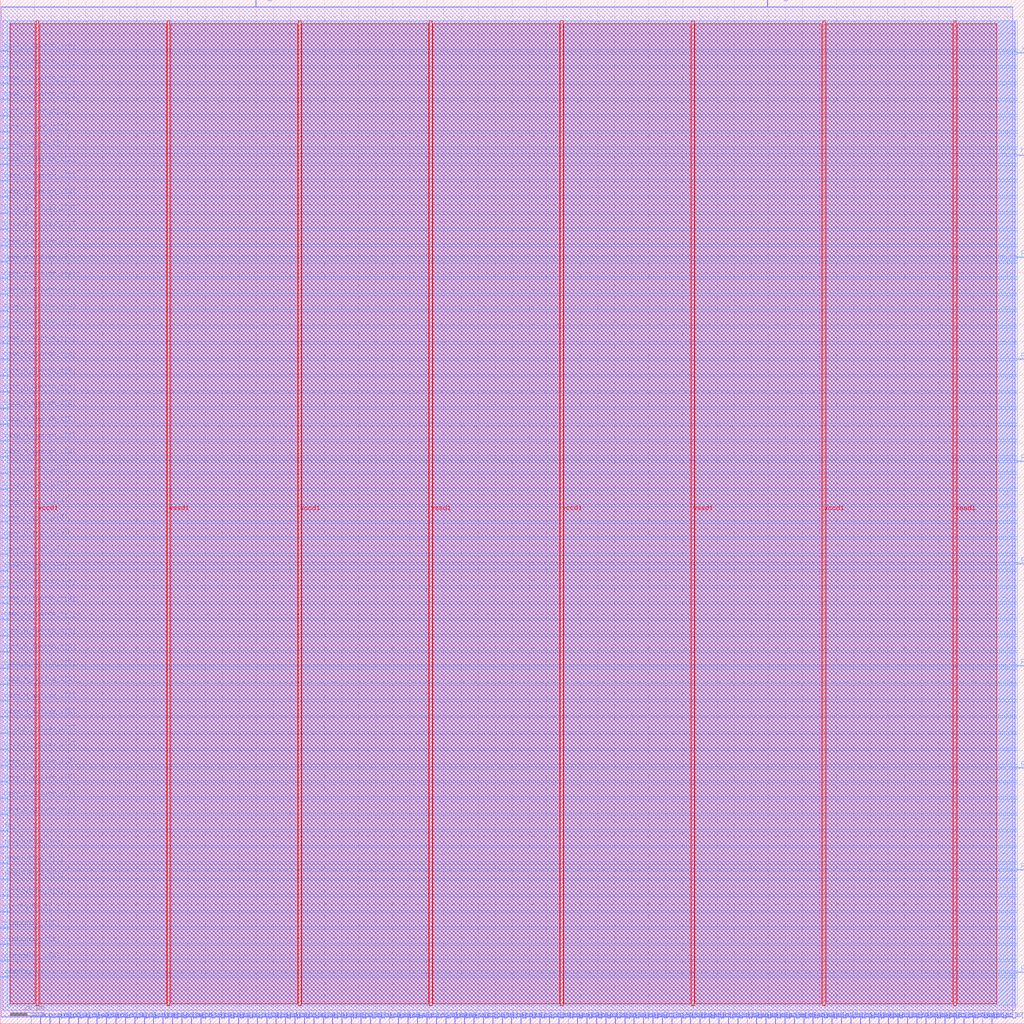
<source format=lef>
VERSION 5.7 ;
  NOWIREEXTENSIONATPIN ON ;
  DIVIDERCHAR "/" ;
  BUSBITCHARS "[]" ;
MACRO vga_m
  CLASS BLOCK ;
  FOREIGN vga_m ;
  ORIGIN 0.000 0.000 ;
  SIZE 600.000 BY 600.000 ;
  PIN base_h_active_i[0]
    DIRECTION INPUT ;
    USE SIGNAL ;
    ANTENNAGATEAREA 0.196500 ;
    PORT
      LAYER met3 ;
        RECT 0.000 122.440 4.000 123.040 ;
    END
  END base_h_active_i[0]
  PIN base_h_active_i[1]
    DIRECTION INPUT ;
    USE SIGNAL ;
    ANTENNAGATEAREA 0.196500 ;
    PORT
      LAYER met3 ;
        RECT 0.000 131.960 4.000 132.560 ;
    END
  END base_h_active_i[1]
  PIN base_h_active_i[2]
    DIRECTION INPUT ;
    USE SIGNAL ;
    ANTENNAGATEAREA 0.126000 ;
    PORT
      LAYER met3 ;
        RECT 0.000 141.480 4.000 142.080 ;
    END
  END base_h_active_i[2]
  PIN base_h_active_i[3]
    DIRECTION INPUT ;
    USE SIGNAL ;
    ANTENNAGATEAREA 0.213000 ;
    PORT
      LAYER met3 ;
        RECT 0.000 151.000 4.000 151.600 ;
    END
  END base_h_active_i[3]
  PIN base_h_active_i[4]
    DIRECTION INPUT ;
    USE SIGNAL ;
    ANTENNAGATEAREA 0.159000 ;
    PORT
      LAYER met3 ;
        RECT 0.000 160.520 4.000 161.120 ;
    END
  END base_h_active_i[4]
  PIN base_h_active_i[5]
    DIRECTION INPUT ;
    USE SIGNAL ;
    ANTENNAGATEAREA 0.159000 ;
    PORT
      LAYER met3 ;
        RECT 0.000 170.040 4.000 170.640 ;
    END
  END base_h_active_i[5]
  PIN base_h_active_i[6]
    DIRECTION INPUT ;
    USE SIGNAL ;
    ANTENNAGATEAREA 0.159000 ;
    PORT
      LAYER met3 ;
        RECT 0.000 179.560 4.000 180.160 ;
    END
  END base_h_active_i[6]
  PIN base_h_active_i[7]
    DIRECTION INPUT ;
    USE SIGNAL ;
    ANTENNAGATEAREA 0.159000 ;
    PORT
      LAYER met3 ;
        RECT 0.000 189.080 4.000 189.680 ;
    END
  END base_h_active_i[7]
  PIN base_h_active_i[8]
    DIRECTION INPUT ;
    USE SIGNAL ;
    ANTENNAGATEAREA 0.213000 ;
    PORT
      LAYER met3 ;
        RECT 0.000 198.600 4.000 199.200 ;
    END
  END base_h_active_i[8]
  PIN base_h_active_i[9]
    DIRECTION INPUT ;
    USE SIGNAL ;
    ANTENNAGATEAREA 0.159000 ;
    PORT
      LAYER met3 ;
        RECT 0.000 208.120 4.000 208.720 ;
    END
  END base_h_active_i[9]
  PIN base_h_bporch_i[0]
    DIRECTION INPUT ;
    USE SIGNAL ;
    ANTENNAGATEAREA 0.213000 ;
    PORT
      LAYER met3 ;
        RECT 0.000 331.880 4.000 332.480 ;
    END
  END base_h_bporch_i[0]
  PIN base_h_bporch_i[1]
    DIRECTION INPUT ;
    USE SIGNAL ;
    ANTENNAGATEAREA 0.213000 ;
    PORT
      LAYER met3 ;
        RECT 0.000 341.400 4.000 342.000 ;
    END
  END base_h_bporch_i[1]
  PIN base_h_bporch_i[2]
    DIRECTION INPUT ;
    USE SIGNAL ;
    ANTENNAGATEAREA 0.213000 ;
    PORT
      LAYER met3 ;
        RECT 0.000 350.920 4.000 351.520 ;
    END
  END base_h_bporch_i[2]
  PIN base_h_bporch_i[3]
    DIRECTION INPUT ;
    USE SIGNAL ;
    ANTENNAGATEAREA 0.213000 ;
    PORT
      LAYER met3 ;
        RECT 0.000 360.440 4.000 361.040 ;
    END
  END base_h_bporch_i[3]
  PIN base_h_bporch_i[4]
    DIRECTION INPUT ;
    USE SIGNAL ;
    ANTENNAGATEAREA 0.159000 ;
    PORT
      LAYER met3 ;
        RECT 0.000 369.960 4.000 370.560 ;
    END
  END base_h_bporch_i[4]
  PIN base_h_bporch_i[5]
    DIRECTION INPUT ;
    USE SIGNAL ;
    ANTENNAGATEAREA 0.159000 ;
    PORT
      LAYER met3 ;
        RECT 0.000 379.480 4.000 380.080 ;
    END
  END base_h_bporch_i[5]
  PIN base_h_bporch_i[6]
    DIRECTION INPUT ;
    USE SIGNAL ;
    ANTENNAGATEAREA 0.159000 ;
    PORT
      LAYER met3 ;
        RECT 0.000 389.000 4.000 389.600 ;
    END
  END base_h_bporch_i[6]
  PIN base_h_fporch_i[0]
    DIRECTION INPUT ;
    USE SIGNAL ;
    ANTENNAGATEAREA 0.196500 ;
    PORT
      LAYER met3 ;
        RECT 0.000 217.640 4.000 218.240 ;
    END
  END base_h_fporch_i[0]
  PIN base_h_fporch_i[1]
    DIRECTION INPUT ;
    USE SIGNAL ;
    ANTENNAGATEAREA 0.196500 ;
    PORT
      LAYER met3 ;
        RECT 0.000 227.160 4.000 227.760 ;
    END
  END base_h_fporch_i[1]
  PIN base_h_fporch_i[2]
    DIRECTION INPUT ;
    USE SIGNAL ;
    ANTENNAGATEAREA 0.196500 ;
    PORT
      LAYER met3 ;
        RECT 0.000 236.680 4.000 237.280 ;
    END
  END base_h_fporch_i[2]
  PIN base_h_fporch_i[3]
    DIRECTION INPUT ;
    USE SIGNAL ;
    ANTENNAGATEAREA 0.126000 ;
    PORT
      LAYER met3 ;
        RECT 0.000 246.200 4.000 246.800 ;
    END
  END base_h_fporch_i[3]
  PIN base_h_fporch_i[4]
    DIRECTION INPUT ;
    USE SIGNAL ;
    ANTENNAGATEAREA 0.126000 ;
    PORT
      LAYER met3 ;
        RECT 0.000 255.720 4.000 256.320 ;
    END
  END base_h_fporch_i[4]
  PIN base_h_sync_i[0]
    DIRECTION INPUT ;
    USE SIGNAL ;
    ANTENNAGATEAREA 0.196500 ;
    PORT
      LAYER met3 ;
        RECT 0.000 265.240 4.000 265.840 ;
    END
  END base_h_sync_i[0]
  PIN base_h_sync_i[1]
    DIRECTION INPUT ;
    USE SIGNAL ;
    ANTENNAGATEAREA 0.196500 ;
    PORT
      LAYER met3 ;
        RECT 0.000 274.760 4.000 275.360 ;
    END
  END base_h_sync_i[1]
  PIN base_h_sync_i[2]
    DIRECTION INPUT ;
    USE SIGNAL ;
    ANTENNAGATEAREA 0.126000 ;
    PORT
      LAYER met3 ;
        RECT 0.000 284.280 4.000 284.880 ;
    END
  END base_h_sync_i[2]
  PIN base_h_sync_i[3]
    DIRECTION INPUT ;
    USE SIGNAL ;
    ANTENNAGATEAREA 0.213000 ;
    PORT
      LAYER met3 ;
        RECT 0.000 293.800 4.000 294.400 ;
    END
  END base_h_sync_i[3]
  PIN base_h_sync_i[4]
    DIRECTION INPUT ;
    USE SIGNAL ;
    ANTENNAGATEAREA 0.213000 ;
    PORT
      LAYER met3 ;
        RECT 0.000 303.320 4.000 303.920 ;
    END
  END base_h_sync_i[4]
  PIN base_h_sync_i[5]
    DIRECTION INPUT ;
    USE SIGNAL ;
    ANTENNAGATEAREA 0.213000 ;
    PORT
      LAYER met3 ;
        RECT 0.000 312.840 4.000 313.440 ;
    END
  END base_h_sync_i[5]
  PIN base_h_sync_i[6]
    DIRECTION INPUT ;
    USE SIGNAL ;
    ANTENNAGATEAREA 0.213000 ;
    PORT
      LAYER met3 ;
        RECT 0.000 322.360 4.000 322.960 ;
    END
  END base_h_sync_i[6]
  PIN base_v_active_i[0]
    DIRECTION INPUT ;
    USE SIGNAL ;
    ANTENNAGATEAREA 0.213000 ;
    PORT
      LAYER met3 ;
        RECT 0.000 398.520 4.000 399.120 ;
    END
  END base_v_active_i[0]
  PIN base_v_active_i[1]
    DIRECTION INPUT ;
    USE SIGNAL ;
    ANTENNAGATEAREA 0.213000 ;
    PORT
      LAYER met3 ;
        RECT 0.000 408.040 4.000 408.640 ;
    END
  END base_v_active_i[1]
  PIN base_v_active_i[2]
    DIRECTION INPUT ;
    USE SIGNAL ;
    ANTENNAGATEAREA 0.213000 ;
    PORT
      LAYER met3 ;
        RECT 0.000 417.560 4.000 418.160 ;
    END
  END base_v_active_i[2]
  PIN base_v_active_i[3]
    DIRECTION INPUT ;
    USE SIGNAL ;
    ANTENNAGATEAREA 0.213000 ;
    PORT
      LAYER met3 ;
        RECT 0.000 427.080 4.000 427.680 ;
    END
  END base_v_active_i[3]
  PIN base_v_active_i[4]
    DIRECTION INPUT ;
    USE SIGNAL ;
    ANTENNAGATEAREA 0.213000 ;
    PORT
      LAYER met3 ;
        RECT 0.000 436.600 4.000 437.200 ;
    END
  END base_v_active_i[4]
  PIN base_v_active_i[5]
    DIRECTION INPUT ;
    USE SIGNAL ;
    ANTENNAGATEAREA 0.213000 ;
    PORT
      LAYER met3 ;
        RECT 0.000 446.120 4.000 446.720 ;
    END
  END base_v_active_i[5]
  PIN base_v_active_i[6]
    DIRECTION INPUT ;
    USE SIGNAL ;
    ANTENNAGATEAREA 0.247500 ;
    PORT
      LAYER met3 ;
        RECT 0.000 455.640 4.000 456.240 ;
    END
  END base_v_active_i[6]
  PIN base_v_active_i[7]
    DIRECTION INPUT ;
    USE SIGNAL ;
    ANTENNAGATEAREA 0.247500 ;
    PORT
      LAYER met3 ;
        RECT 0.000 465.160 4.000 465.760 ;
    END
  END base_v_active_i[7]
  PIN base_v_active_i[8]
    DIRECTION INPUT ;
    USE SIGNAL ;
    ANTENNAGATEAREA 0.247500 ;
    PORT
      LAYER met3 ;
        RECT 0.000 474.680 4.000 475.280 ;
    END
  END base_v_active_i[8]
  PIN base_v_bporch_i[0]
    DIRECTION INPUT ;
    USE SIGNAL ;
    ANTENNAGATEAREA 0.213000 ;
    PORT
      LAYER met3 ;
        RECT 0.000 541.320 4.000 541.920 ;
    END
  END base_v_bporch_i[0]
  PIN base_v_bporch_i[1]
    DIRECTION INPUT ;
    USE SIGNAL ;
    ANTENNAGATEAREA 0.213000 ;
    PORT
      LAYER met3 ;
        RECT 0.000 550.840 4.000 551.440 ;
    END
  END base_v_bporch_i[1]
  PIN base_v_bporch_i[2]
    DIRECTION INPUT ;
    USE SIGNAL ;
    ANTENNAGATEAREA 0.213000 ;
    PORT
      LAYER met3 ;
        RECT 0.000 560.360 4.000 560.960 ;
    END
  END base_v_bporch_i[2]
  PIN base_v_bporch_i[3]
    DIRECTION INPUT ;
    USE SIGNAL ;
    ANTENNAGATEAREA 0.213000 ;
    PORT
      LAYER met3 ;
        RECT 0.000 569.880 4.000 570.480 ;
    END
  END base_v_bporch_i[3]
  PIN base_v_fporch_i[0]
    DIRECTION INPUT ;
    USE SIGNAL ;
    ANTENNAGATEAREA 0.159000 ;
    PORT
      LAYER met3 ;
        RECT 0.000 484.200 4.000 484.800 ;
    END
  END base_v_fporch_i[0]
  PIN base_v_fporch_i[1]
    DIRECTION INPUT ;
    USE SIGNAL ;
    ANTENNAGATEAREA 0.159000 ;
    PORT
      LAYER met3 ;
        RECT 0.000 493.720 4.000 494.320 ;
    END
  END base_v_fporch_i[1]
  PIN base_v_fporch_i[2]
    DIRECTION INPUT ;
    USE SIGNAL ;
    ANTENNAGATEAREA 0.159000 ;
    PORT
      LAYER met3 ;
        RECT 0.000 503.240 4.000 503.840 ;
    END
  END base_v_fporch_i[2]
  PIN base_v_sync_i[0]
    DIRECTION INPUT ;
    USE SIGNAL ;
    ANTENNAGATEAREA 0.159000 ;
    PORT
      LAYER met3 ;
        RECT 0.000 512.760 4.000 513.360 ;
    END
  END base_v_sync_i[0]
  PIN base_v_sync_i[1]
    DIRECTION INPUT ;
    USE SIGNAL ;
    ANTENNAGATEAREA 0.159000 ;
    PORT
      LAYER met3 ;
        RECT 0.000 522.280 4.000 522.880 ;
    END
  END base_v_sync_i[1]
  PIN base_v_sync_i[2]
    DIRECTION INPUT ;
    USE SIGNAL ;
    ANTENNAGATEAREA 0.159000 ;
    PORT
      LAYER met3 ;
        RECT 0.000 531.800 4.000 532.400 ;
    END
  END base_v_sync_i[2]
  PIN clk_i
    DIRECTION INPUT ;
    USE SIGNAL ;
    ANTENNAGATEAREA 0.852000 ;
    ANTENNADIFFAREA 0.434700 ;
    PORT
      LAYER met2 ;
        RECT 149.590 596.000 149.870 600.000 ;
    END
  END clk_i
  PIN enable_i
    DIRECTION INPUT ;
    USE SIGNAL ;
    ANTENNAGATEAREA 0.495000 ;
    PORT
      LAYER met3 ;
        RECT 0.000 27.240 4.000 27.840 ;
    END
  END enable_i
  PIN fb_i
    DIRECTION INPUT ;
    USE SIGNAL ;
    PORT
      LAYER met3 ;
        RECT 0.000 112.920 4.000 113.520 ;
    END
  END fb_i
  PIN hsync_o
    DIRECTION OUTPUT TRISTATE ;
    USE SIGNAL ;
    ANTENNADIFFAREA 2.673000 ;
    PORT
      LAYER met3 ;
        RECT 596.000 508.680 600.000 509.280 ;
    END
  END hsync_o
  PIN mport_i[0]
    DIRECTION INPUT ;
    USE SIGNAL ;
    ANTENNAGATEAREA 0.159000 ;
    PORT
      LAYER met2 ;
        RECT 18.030 0.000 18.310 4.000 ;
    END
  END mport_i[0]
  PIN mport_i[10]
    DIRECTION INPUT ;
    USE SIGNAL ;
    ANTENNAGATEAREA 0.126000 ;
    PORT
      LAYER met2 ;
        RECT 73.230 0.000 73.510 4.000 ;
    END
  END mport_i[10]
  PIN mport_i[11]
    DIRECTION INPUT ;
    USE SIGNAL ;
    ANTENNAGATEAREA 0.196500 ;
    PORT
      LAYER met2 ;
        RECT 78.750 0.000 79.030 4.000 ;
    END
  END mport_i[11]
  PIN mport_i[12]
    DIRECTION INPUT ;
    USE SIGNAL ;
    ANTENNAGATEAREA 0.196500 ;
    PORT
      LAYER met2 ;
        RECT 84.270 0.000 84.550 4.000 ;
    END
  END mport_i[12]
  PIN mport_i[13]
    DIRECTION INPUT ;
    USE SIGNAL ;
    ANTENNAGATEAREA 0.196500 ;
    PORT
      LAYER met2 ;
        RECT 89.790 0.000 90.070 4.000 ;
    END
  END mport_i[13]
  PIN mport_i[14]
    DIRECTION INPUT ;
    USE SIGNAL ;
    ANTENNAGATEAREA 0.196500 ;
    PORT
      LAYER met2 ;
        RECT 95.310 0.000 95.590 4.000 ;
    END
  END mport_i[14]
  PIN mport_i[15]
    DIRECTION INPUT ;
    USE SIGNAL ;
    ANTENNAGATEAREA 0.196500 ;
    PORT
      LAYER met2 ;
        RECT 100.830 0.000 101.110 4.000 ;
    END
  END mport_i[15]
  PIN mport_i[16]
    DIRECTION INPUT ;
    USE SIGNAL ;
    ANTENNAGATEAREA 0.196500 ;
    PORT
      LAYER met2 ;
        RECT 106.350 0.000 106.630 4.000 ;
    END
  END mport_i[16]
  PIN mport_i[17]
    DIRECTION INPUT ;
    USE SIGNAL ;
    ANTENNAGATEAREA 0.196500 ;
    PORT
      LAYER met2 ;
        RECT 111.870 0.000 112.150 4.000 ;
    END
  END mport_i[17]
  PIN mport_i[18]
    DIRECTION INPUT ;
    USE SIGNAL ;
    ANTENNAGATEAREA 0.196500 ;
    PORT
      LAYER met2 ;
        RECT 117.390 0.000 117.670 4.000 ;
    END
  END mport_i[18]
  PIN mport_i[19]
    DIRECTION INPUT ;
    USE SIGNAL ;
    ANTENNAGATEAREA 0.196500 ;
    PORT
      LAYER met2 ;
        RECT 122.910 0.000 123.190 4.000 ;
    END
  END mport_i[19]
  PIN mport_i[1]
    DIRECTION INPUT ;
    USE SIGNAL ;
    ANTENNAGATEAREA 0.213000 ;
    PORT
      LAYER met2 ;
        RECT 23.550 0.000 23.830 4.000 ;
    END
  END mport_i[1]
  PIN mport_i[20]
    DIRECTION INPUT ;
    USE SIGNAL ;
    ANTENNAGATEAREA 0.196500 ;
    PORT
      LAYER met2 ;
        RECT 128.430 0.000 128.710 4.000 ;
    END
  END mport_i[20]
  PIN mport_i[21]
    DIRECTION INPUT ;
    USE SIGNAL ;
    ANTENNAGATEAREA 0.196500 ;
    PORT
      LAYER met2 ;
        RECT 133.950 0.000 134.230 4.000 ;
    END
  END mport_i[21]
  PIN mport_i[22]
    DIRECTION INPUT ;
    USE SIGNAL ;
    ANTENNAGATEAREA 0.196500 ;
    PORT
      LAYER met2 ;
        RECT 139.470 0.000 139.750 4.000 ;
    END
  END mport_i[22]
  PIN mport_i[23]
    DIRECTION INPUT ;
    USE SIGNAL ;
    ANTENNAGATEAREA 0.196500 ;
    PORT
      LAYER met2 ;
        RECT 144.990 0.000 145.270 4.000 ;
    END
  END mport_i[23]
  PIN mport_i[24]
    DIRECTION INPUT ;
    USE SIGNAL ;
    ANTENNAGATEAREA 0.196500 ;
    PORT
      LAYER met2 ;
        RECT 150.510 0.000 150.790 4.000 ;
    END
  END mport_i[24]
  PIN mport_i[25]
    DIRECTION INPUT ;
    USE SIGNAL ;
    ANTENNAGATEAREA 0.196500 ;
    PORT
      LAYER met2 ;
        RECT 156.030 0.000 156.310 4.000 ;
    END
  END mport_i[25]
  PIN mport_i[26]
    DIRECTION INPUT ;
    USE SIGNAL ;
    ANTENNAGATEAREA 0.196500 ;
    PORT
      LAYER met2 ;
        RECT 161.550 0.000 161.830 4.000 ;
    END
  END mport_i[26]
  PIN mport_i[27]
    DIRECTION INPUT ;
    USE SIGNAL ;
    ANTENNAGATEAREA 0.196500 ;
    PORT
      LAYER met2 ;
        RECT 167.070 0.000 167.350 4.000 ;
    END
  END mport_i[27]
  PIN mport_i[28]
    DIRECTION INPUT ;
    USE SIGNAL ;
    ANTENNAGATEAREA 0.196500 ;
    PORT
      LAYER met2 ;
        RECT 172.590 0.000 172.870 4.000 ;
    END
  END mport_i[28]
  PIN mport_i[29]
    DIRECTION INPUT ;
    USE SIGNAL ;
    ANTENNAGATEAREA 0.196500 ;
    PORT
      LAYER met2 ;
        RECT 178.110 0.000 178.390 4.000 ;
    END
  END mport_i[29]
  PIN mport_i[2]
    DIRECTION INPUT ;
    USE SIGNAL ;
    ANTENNAGATEAREA 0.159000 ;
    PORT
      LAYER met2 ;
        RECT 29.070 0.000 29.350 4.000 ;
    END
  END mport_i[2]
  PIN mport_i[30]
    DIRECTION INPUT ;
    USE SIGNAL ;
    ANTENNAGATEAREA 0.196500 ;
    PORT
      LAYER met2 ;
        RECT 183.630 0.000 183.910 4.000 ;
    END
  END mport_i[30]
  PIN mport_i[31]
    DIRECTION INPUT ;
    USE SIGNAL ;
    ANTENNAGATEAREA 0.196500 ;
    PORT
      LAYER met2 ;
        RECT 189.150 0.000 189.430 4.000 ;
    END
  END mport_i[31]
  PIN mport_i[32]
    DIRECTION INPUT ;
    USE SIGNAL ;
    PORT
      LAYER met2 ;
        RECT 194.670 0.000 194.950 4.000 ;
    END
  END mport_i[32]
  PIN mport_i[33]
    DIRECTION INPUT ;
    USE SIGNAL ;
    ANTENNAGATEAREA 0.159000 ;
    PORT
      LAYER met2 ;
        RECT 200.190 0.000 200.470 4.000 ;
    END
  END mport_i[33]
  PIN mport_i[3]
    DIRECTION INPUT ;
    USE SIGNAL ;
    ANTENNAGATEAREA 0.213000 ;
    PORT
      LAYER met2 ;
        RECT 34.590 0.000 34.870 4.000 ;
    END
  END mport_i[3]
  PIN mport_i[4]
    DIRECTION INPUT ;
    USE SIGNAL ;
    ANTENNAGATEAREA 0.213000 ;
    PORT
      LAYER met2 ;
        RECT 40.110 0.000 40.390 4.000 ;
    END
  END mport_i[4]
  PIN mport_i[5]
    DIRECTION INPUT ;
    USE SIGNAL ;
    ANTENNAGATEAREA 0.213000 ;
    PORT
      LAYER met2 ;
        RECT 45.630 0.000 45.910 4.000 ;
    END
  END mport_i[5]
  PIN mport_i[6]
    DIRECTION INPUT ;
    USE SIGNAL ;
    ANTENNAGATEAREA 0.159000 ;
    PORT
      LAYER met2 ;
        RECT 51.150 0.000 51.430 4.000 ;
    END
  END mport_i[6]
  PIN mport_i[7]
    DIRECTION INPUT ;
    USE SIGNAL ;
    ANTENNAGATEAREA 0.159000 ;
    PORT
      LAYER met2 ;
        RECT 56.670 0.000 56.950 4.000 ;
    END
  END mport_i[7]
  PIN mport_i[8]
    DIRECTION INPUT ;
    USE SIGNAL ;
    ANTENNAGATEAREA 0.196500 ;
    PORT
      LAYER met2 ;
        RECT 62.190 0.000 62.470 4.000 ;
    END
  END mport_i[8]
  PIN mport_i[9]
    DIRECTION INPUT ;
    USE SIGNAL ;
    ANTENNAGATEAREA 0.126000 ;
    PORT
      LAYER met2 ;
        RECT 67.710 0.000 67.990 4.000 ;
    END
  END mport_i[9]
  PIN mport_o[0]
    DIRECTION OUTPUT TRISTATE ;
    USE SIGNAL ;
    PORT
      LAYER met2 ;
        RECT 205.710 0.000 205.990 4.000 ;
    END
  END mport_o[0]
  PIN mport_o[10]
    DIRECTION OUTPUT TRISTATE ;
    USE SIGNAL ;
    PORT
      LAYER met2 ;
        RECT 260.910 0.000 261.190 4.000 ;
    END
  END mport_o[10]
  PIN mport_o[11]
    DIRECTION OUTPUT TRISTATE ;
    USE SIGNAL ;
    PORT
      LAYER met2 ;
        RECT 266.430 0.000 266.710 4.000 ;
    END
  END mport_o[11]
  PIN mport_o[12]
    DIRECTION OUTPUT TRISTATE ;
    USE SIGNAL ;
    PORT
      LAYER met2 ;
        RECT 271.950 0.000 272.230 4.000 ;
    END
  END mport_o[12]
  PIN mport_o[13]
    DIRECTION OUTPUT TRISTATE ;
    USE SIGNAL ;
    PORT
      LAYER met2 ;
        RECT 277.470 0.000 277.750 4.000 ;
    END
  END mport_o[13]
  PIN mport_o[14]
    DIRECTION OUTPUT TRISTATE ;
    USE SIGNAL ;
    PORT
      LAYER met2 ;
        RECT 282.990 0.000 283.270 4.000 ;
    END
  END mport_o[14]
  PIN mport_o[15]
    DIRECTION OUTPUT TRISTATE ;
    USE SIGNAL ;
    PORT
      LAYER met2 ;
        RECT 288.510 0.000 288.790 4.000 ;
    END
  END mport_o[15]
  PIN mport_o[16]
    DIRECTION OUTPUT TRISTATE ;
    USE SIGNAL ;
    PORT
      LAYER met2 ;
        RECT 294.030 0.000 294.310 4.000 ;
    END
  END mport_o[16]
  PIN mport_o[17]
    DIRECTION OUTPUT TRISTATE ;
    USE SIGNAL ;
    PORT
      LAYER met2 ;
        RECT 299.550 0.000 299.830 4.000 ;
    END
  END mport_o[17]
  PIN mport_o[18]
    DIRECTION OUTPUT TRISTATE ;
    USE SIGNAL ;
    PORT
      LAYER met2 ;
        RECT 305.070 0.000 305.350 4.000 ;
    END
  END mport_o[18]
  PIN mport_o[19]
    DIRECTION OUTPUT TRISTATE ;
    USE SIGNAL ;
    PORT
      LAYER met2 ;
        RECT 310.590 0.000 310.870 4.000 ;
    END
  END mport_o[19]
  PIN mport_o[1]
    DIRECTION OUTPUT TRISTATE ;
    USE SIGNAL ;
    PORT
      LAYER met2 ;
        RECT 211.230 0.000 211.510 4.000 ;
    END
  END mport_o[1]
  PIN mport_o[20]
    DIRECTION OUTPUT TRISTATE ;
    USE SIGNAL ;
    PORT
      LAYER met2 ;
        RECT 316.110 0.000 316.390 4.000 ;
    END
  END mport_o[20]
  PIN mport_o[21]
    DIRECTION OUTPUT TRISTATE ;
    USE SIGNAL ;
    PORT
      LAYER met2 ;
        RECT 321.630 0.000 321.910 4.000 ;
    END
  END mport_o[21]
  PIN mport_o[22]
    DIRECTION OUTPUT TRISTATE ;
    USE SIGNAL ;
    PORT
      LAYER met2 ;
        RECT 327.150 0.000 327.430 4.000 ;
    END
  END mport_o[22]
  PIN mport_o[23]
    DIRECTION OUTPUT TRISTATE ;
    USE SIGNAL ;
    PORT
      LAYER met2 ;
        RECT 332.670 0.000 332.950 4.000 ;
    END
  END mport_o[23]
  PIN mport_o[24]
    DIRECTION OUTPUT TRISTATE ;
    USE SIGNAL ;
    PORT
      LAYER met2 ;
        RECT 338.190 0.000 338.470 4.000 ;
    END
  END mport_o[24]
  PIN mport_o[25]
    DIRECTION OUTPUT TRISTATE ;
    USE SIGNAL ;
    PORT
      LAYER met2 ;
        RECT 343.710 0.000 343.990 4.000 ;
    END
  END mport_o[25]
  PIN mport_o[26]
    DIRECTION OUTPUT TRISTATE ;
    USE SIGNAL ;
    PORT
      LAYER met2 ;
        RECT 349.230 0.000 349.510 4.000 ;
    END
  END mport_o[26]
  PIN mport_o[27]
    DIRECTION OUTPUT TRISTATE ;
    USE SIGNAL ;
    PORT
      LAYER met2 ;
        RECT 354.750 0.000 355.030 4.000 ;
    END
  END mport_o[27]
  PIN mport_o[28]
    DIRECTION OUTPUT TRISTATE ;
    USE SIGNAL ;
    PORT
      LAYER met2 ;
        RECT 360.270 0.000 360.550 4.000 ;
    END
  END mport_o[28]
  PIN mport_o[29]
    DIRECTION OUTPUT TRISTATE ;
    USE SIGNAL ;
    PORT
      LAYER met2 ;
        RECT 365.790 0.000 366.070 4.000 ;
    END
  END mport_o[29]
  PIN mport_o[2]
    DIRECTION OUTPUT TRISTATE ;
    USE SIGNAL ;
    PORT
      LAYER met2 ;
        RECT 216.750 0.000 217.030 4.000 ;
    END
  END mport_o[2]
  PIN mport_o[30]
    DIRECTION OUTPUT TRISTATE ;
    USE SIGNAL ;
    PORT
      LAYER met2 ;
        RECT 371.310 0.000 371.590 4.000 ;
    END
  END mport_o[30]
  PIN mport_o[31]
    DIRECTION OUTPUT TRISTATE ;
    USE SIGNAL ;
    PORT
      LAYER met2 ;
        RECT 376.830 0.000 377.110 4.000 ;
    END
  END mport_o[31]
  PIN mport_o[32]
    DIRECTION OUTPUT TRISTATE ;
    USE SIGNAL ;
    PORT
      LAYER met2 ;
        RECT 382.350 0.000 382.630 4.000 ;
    END
  END mport_o[32]
  PIN mport_o[33]
    DIRECTION OUTPUT TRISTATE ;
    USE SIGNAL ;
    PORT
      LAYER met2 ;
        RECT 387.870 0.000 388.150 4.000 ;
    END
  END mport_o[33]
  PIN mport_o[34]
    DIRECTION OUTPUT TRISTATE ;
    USE SIGNAL ;
    ANTENNADIFFAREA 2.673000 ;
    PORT
      LAYER met2 ;
        RECT 393.390 0.000 393.670 4.000 ;
    END
  END mport_o[34]
  PIN mport_o[35]
    DIRECTION OUTPUT TRISTATE ;
    USE SIGNAL ;
    ANTENNADIFFAREA 2.673000 ;
    PORT
      LAYER met2 ;
        RECT 398.910 0.000 399.190 4.000 ;
    END
  END mport_o[35]
  PIN mport_o[36]
    DIRECTION OUTPUT TRISTATE ;
    USE SIGNAL ;
    ANTENNADIFFAREA 2.673000 ;
    PORT
      LAYER met2 ;
        RECT 404.430 0.000 404.710 4.000 ;
    END
  END mport_o[36]
  PIN mport_o[37]
    DIRECTION OUTPUT TRISTATE ;
    USE SIGNAL ;
    ANTENNADIFFAREA 2.673000 ;
    PORT
      LAYER met2 ;
        RECT 409.950 0.000 410.230 4.000 ;
    END
  END mport_o[37]
  PIN mport_o[38]
    DIRECTION OUTPUT TRISTATE ;
    USE SIGNAL ;
    ANTENNADIFFAREA 2.673000 ;
    PORT
      LAYER met2 ;
        RECT 415.470 0.000 415.750 4.000 ;
    END
  END mport_o[38]
  PIN mport_o[39]
    DIRECTION OUTPUT TRISTATE ;
    USE SIGNAL ;
    ANTENNADIFFAREA 2.673000 ;
    PORT
      LAYER met2 ;
        RECT 420.990 0.000 421.270 4.000 ;
    END
  END mport_o[39]
  PIN mport_o[3]
    DIRECTION OUTPUT TRISTATE ;
    USE SIGNAL ;
    PORT
      LAYER met2 ;
        RECT 222.270 0.000 222.550 4.000 ;
    END
  END mport_o[3]
  PIN mport_o[40]
    DIRECTION OUTPUT TRISTATE ;
    USE SIGNAL ;
    ANTENNADIFFAREA 2.673000 ;
    PORT
      LAYER met2 ;
        RECT 426.510 0.000 426.790 4.000 ;
    END
  END mport_o[40]
  PIN mport_o[41]
    DIRECTION OUTPUT TRISTATE ;
    USE SIGNAL ;
    ANTENNADIFFAREA 2.673000 ;
    PORT
      LAYER met2 ;
        RECT 432.030 0.000 432.310 4.000 ;
    END
  END mport_o[41]
  PIN mport_o[42]
    DIRECTION OUTPUT TRISTATE ;
    USE SIGNAL ;
    ANTENNADIFFAREA 2.673000 ;
    PORT
      LAYER met2 ;
        RECT 437.550 0.000 437.830 4.000 ;
    END
  END mport_o[42]
  PIN mport_o[43]
    DIRECTION OUTPUT TRISTATE ;
    USE SIGNAL ;
    ANTENNADIFFAREA 2.673000 ;
    PORT
      LAYER met2 ;
        RECT 443.070 0.000 443.350 4.000 ;
    END
  END mport_o[43]
  PIN mport_o[44]
    DIRECTION OUTPUT TRISTATE ;
    USE SIGNAL ;
    ANTENNADIFFAREA 2.673000 ;
    PORT
      LAYER met2 ;
        RECT 448.590 0.000 448.870 4.000 ;
    END
  END mport_o[44]
  PIN mport_o[45]
    DIRECTION OUTPUT TRISTATE ;
    USE SIGNAL ;
    ANTENNADIFFAREA 2.673000 ;
    PORT
      LAYER met2 ;
        RECT 454.110 0.000 454.390 4.000 ;
    END
  END mport_o[45]
  PIN mport_o[46]
    DIRECTION OUTPUT TRISTATE ;
    USE SIGNAL ;
    ANTENNADIFFAREA 2.673000 ;
    PORT
      LAYER met2 ;
        RECT 459.630 0.000 459.910 4.000 ;
    END
  END mport_o[46]
  PIN mport_o[47]
    DIRECTION OUTPUT TRISTATE ;
    USE SIGNAL ;
    ANTENNADIFFAREA 2.673000 ;
    PORT
      LAYER met2 ;
        RECT 465.150 0.000 465.430 4.000 ;
    END
  END mport_o[47]
  PIN mport_o[48]
    DIRECTION OUTPUT TRISTATE ;
    USE SIGNAL ;
    ANTENNADIFFAREA 2.673000 ;
    PORT
      LAYER met2 ;
        RECT 470.670 0.000 470.950 4.000 ;
    END
  END mport_o[48]
  PIN mport_o[49]
    DIRECTION OUTPUT TRISTATE ;
    USE SIGNAL ;
    ANTENNADIFFAREA 2.673000 ;
    PORT
      LAYER met2 ;
        RECT 476.190 0.000 476.470 4.000 ;
    END
  END mport_o[49]
  PIN mport_o[4]
    DIRECTION OUTPUT TRISTATE ;
    USE SIGNAL ;
    PORT
      LAYER met2 ;
        RECT 227.790 0.000 228.070 4.000 ;
    END
  END mport_o[4]
  PIN mport_o[50]
    DIRECTION OUTPUT TRISTATE ;
    USE SIGNAL ;
    ANTENNADIFFAREA 2.673000 ;
    PORT
      LAYER met2 ;
        RECT 481.710 0.000 481.990 4.000 ;
    END
  END mport_o[50]
  PIN mport_o[51]
    DIRECTION OUTPUT TRISTATE ;
    USE SIGNAL ;
    ANTENNADIFFAREA 2.673000 ;
    PORT
      LAYER met2 ;
        RECT 487.230 0.000 487.510 4.000 ;
    END
  END mport_o[51]
  PIN mport_o[52]
    DIRECTION OUTPUT TRISTATE ;
    USE SIGNAL ;
    ANTENNADIFFAREA 2.673000 ;
    PORT
      LAYER met2 ;
        RECT 492.750 0.000 493.030 4.000 ;
    END
  END mport_o[52]
  PIN mport_o[53]
    DIRECTION OUTPUT TRISTATE ;
    USE SIGNAL ;
    ANTENNADIFFAREA 2.673000 ;
    PORT
      LAYER met2 ;
        RECT 498.270 0.000 498.550 4.000 ;
    END
  END mport_o[53]
  PIN mport_o[54]
    DIRECTION OUTPUT TRISTATE ;
    USE SIGNAL ;
    ANTENNADIFFAREA 2.673000 ;
    PORT
      LAYER met2 ;
        RECT 503.790 0.000 504.070 4.000 ;
    END
  END mport_o[54]
  PIN mport_o[55]
    DIRECTION OUTPUT TRISTATE ;
    USE SIGNAL ;
    ANTENNADIFFAREA 2.673000 ;
    PORT
      LAYER met2 ;
        RECT 509.310 0.000 509.590 4.000 ;
    END
  END mport_o[55]
  PIN mport_o[56]
    DIRECTION OUTPUT TRISTATE ;
    USE SIGNAL ;
    ANTENNADIFFAREA 2.673000 ;
    PORT
      LAYER met2 ;
        RECT 514.830 0.000 515.110 4.000 ;
    END
  END mport_o[56]
  PIN mport_o[57]
    DIRECTION OUTPUT TRISTATE ;
    USE SIGNAL ;
    ANTENNADIFFAREA 2.673000 ;
    PORT
      LAYER met2 ;
        RECT 520.350 0.000 520.630 4.000 ;
    END
  END mport_o[57]
  PIN mport_o[58]
    DIRECTION OUTPUT TRISTATE ;
    USE SIGNAL ;
    ANTENNADIFFAREA 2.673000 ;
    PORT
      LAYER met2 ;
        RECT 525.870 0.000 526.150 4.000 ;
    END
  END mport_o[58]
  PIN mport_o[59]
    DIRECTION OUTPUT TRISTATE ;
    USE SIGNAL ;
    ANTENNADIFFAREA 2.673000 ;
    PORT
      LAYER met2 ;
        RECT 531.390 0.000 531.670 4.000 ;
    END
  END mport_o[59]
  PIN mport_o[5]
    DIRECTION OUTPUT TRISTATE ;
    USE SIGNAL ;
    PORT
      LAYER met2 ;
        RECT 233.310 0.000 233.590 4.000 ;
    END
  END mport_o[5]
  PIN mport_o[60]
    DIRECTION OUTPUT TRISTATE ;
    USE SIGNAL ;
    ANTENNADIFFAREA 2.673000 ;
    PORT
      LAYER met2 ;
        RECT 536.910 0.000 537.190 4.000 ;
    END
  END mport_o[60]
  PIN mport_o[61]
    DIRECTION OUTPUT TRISTATE ;
    USE SIGNAL ;
    ANTENNADIFFAREA 2.673000 ;
    PORT
      LAYER met2 ;
        RECT 542.430 0.000 542.710 4.000 ;
    END
  END mport_o[61]
  PIN mport_o[62]
    DIRECTION OUTPUT TRISTATE ;
    USE SIGNAL ;
    ANTENNADIFFAREA 2.673000 ;
    PORT
      LAYER met2 ;
        RECT 547.950 0.000 548.230 4.000 ;
    END
  END mport_o[62]
  PIN mport_o[63]
    DIRECTION OUTPUT TRISTATE ;
    USE SIGNAL ;
    ANTENNADIFFAREA 2.673000 ;
    PORT
      LAYER met2 ;
        RECT 553.470 0.000 553.750 4.000 ;
    END
  END mport_o[63]
  PIN mport_o[64]
    DIRECTION OUTPUT TRISTATE ;
    USE SIGNAL ;
    ANTENNADIFFAREA 2.673000 ;
    PORT
      LAYER met2 ;
        RECT 558.990 0.000 559.270 4.000 ;
    END
  END mport_o[64]
  PIN mport_o[65]
    DIRECTION OUTPUT TRISTATE ;
    USE SIGNAL ;
    PORT
      LAYER met2 ;
        RECT 564.510 0.000 564.790 4.000 ;
    END
  END mport_o[65]
  PIN mport_o[66]
    DIRECTION OUTPUT TRISTATE ;
    USE SIGNAL ;
    ANTENNADIFFAREA 2.673000 ;
    PORT
      LAYER met2 ;
        RECT 570.030 0.000 570.310 4.000 ;
    END
  END mport_o[66]
  PIN mport_o[67]
    DIRECTION OUTPUT TRISTATE ;
    USE SIGNAL ;
    ANTENNADIFFAREA 2.673000 ;
    PORT
      LAYER met2 ;
        RECT 575.550 0.000 575.830 4.000 ;
    END
  END mport_o[67]
  PIN mport_o[68]
    DIRECTION OUTPUT TRISTATE ;
    USE SIGNAL ;
    PORT
      LAYER met2 ;
        RECT 581.070 0.000 581.350 4.000 ;
    END
  END mport_o[68]
  PIN mport_o[6]
    DIRECTION OUTPUT TRISTATE ;
    USE SIGNAL ;
    PORT
      LAYER met2 ;
        RECT 238.830 0.000 239.110 4.000 ;
    END
  END mport_o[6]
  PIN mport_o[7]
    DIRECTION OUTPUT TRISTATE ;
    USE SIGNAL ;
    PORT
      LAYER met2 ;
        RECT 244.350 0.000 244.630 4.000 ;
    END
  END mport_o[7]
  PIN mport_o[8]
    DIRECTION OUTPUT TRISTATE ;
    USE SIGNAL ;
    PORT
      LAYER met2 ;
        RECT 249.870 0.000 250.150 4.000 ;
    END
  END mport_o[8]
  PIN mport_o[9]
    DIRECTION OUTPUT TRISTATE ;
    USE SIGNAL ;
    PORT
      LAYER met2 ;
        RECT 255.390 0.000 255.670 4.000 ;
    END
  END mport_o[9]
  PIN nrst_i
    DIRECTION INPUT ;
    USE SIGNAL ;
    ANTENNAGATEAREA 0.247500 ;
    PORT
      LAYER met2 ;
        RECT 449.510 596.000 449.790 600.000 ;
    END
  END nrst_i
  PIN pixel_o[0]
    DIRECTION OUTPUT TRISTATE ;
    USE SIGNAL ;
    ANTENNADIFFAREA 2.673000 ;
    PORT
      LAYER met3 ;
        RECT 596.000 29.960 600.000 30.560 ;
    END
  END pixel_o[0]
  PIN pixel_o[1]
    DIRECTION OUTPUT TRISTATE ;
    USE SIGNAL ;
    ANTENNADIFFAREA 2.673000 ;
    PORT
      LAYER met3 ;
        RECT 596.000 89.800 600.000 90.400 ;
    END
  END pixel_o[1]
  PIN pixel_o[2]
    DIRECTION OUTPUT TRISTATE ;
    USE SIGNAL ;
    ANTENNADIFFAREA 2.673000 ;
    PORT
      LAYER met3 ;
        RECT 596.000 149.640 600.000 150.240 ;
    END
  END pixel_o[2]
  PIN pixel_o[3]
    DIRECTION OUTPUT TRISTATE ;
    USE SIGNAL ;
    ANTENNADIFFAREA 2.673000 ;
    PORT
      LAYER met3 ;
        RECT 596.000 209.480 600.000 210.080 ;
    END
  END pixel_o[3]
  PIN pixel_o[4]
    DIRECTION OUTPUT TRISTATE ;
    USE SIGNAL ;
    ANTENNADIFFAREA 2.673000 ;
    PORT
      LAYER met3 ;
        RECT 596.000 269.320 600.000 269.920 ;
    END
  END pixel_o[4]
  PIN pixel_o[5]
    DIRECTION OUTPUT TRISTATE ;
    USE SIGNAL ;
    ANTENNADIFFAREA 2.673000 ;
    PORT
      LAYER met3 ;
        RECT 596.000 329.160 600.000 329.760 ;
    END
  END pixel_o[5]
  PIN pixel_o[6]
    DIRECTION OUTPUT TRISTATE ;
    USE SIGNAL ;
    ANTENNADIFFAREA 2.673000 ;
    PORT
      LAYER met3 ;
        RECT 596.000 389.000 600.000 389.600 ;
    END
  END pixel_o[6]
  PIN pixel_o[7]
    DIRECTION OUTPUT TRISTATE ;
    USE SIGNAL ;
    ANTENNADIFFAREA 2.673000 ;
    PORT
      LAYER met3 ;
        RECT 596.000 448.840 600.000 449.440 ;
    END
  END pixel_o[7]
  PIN prescaler_i[0]
    DIRECTION INPUT ;
    USE SIGNAL ;
    ANTENNAGATEAREA 0.196500 ;
    PORT
      LAYER met3 ;
        RECT 0.000 36.760 4.000 37.360 ;
    END
  END prescaler_i[0]
  PIN prescaler_i[1]
    DIRECTION INPUT ;
    USE SIGNAL ;
    ANTENNAGATEAREA 0.196500 ;
    PORT
      LAYER met3 ;
        RECT 0.000 46.280 4.000 46.880 ;
    END
  END prescaler_i[1]
  PIN prescaler_i[2]
    DIRECTION INPUT ;
    USE SIGNAL ;
    ANTENNAGATEAREA 0.196500 ;
    PORT
      LAYER met3 ;
        RECT 0.000 55.800 4.000 56.400 ;
    END
  END prescaler_i[2]
  PIN prescaler_i[3]
    DIRECTION INPUT ;
    USE SIGNAL ;
    ANTENNAGATEAREA 0.196500 ;
    PORT
      LAYER met3 ;
        RECT 0.000 65.320 4.000 65.920 ;
    END
  END prescaler_i[3]
  PIN resolution_i[0]
    DIRECTION INPUT ;
    USE SIGNAL ;
    ANTENNAGATEAREA 0.159000 ;
    PORT
      LAYER met3 ;
        RECT 0.000 74.840 4.000 75.440 ;
    END
  END resolution_i[0]
  PIN resolution_i[1]
    DIRECTION INPUT ;
    USE SIGNAL ;
    ANTENNAGATEAREA 0.213000 ;
    PORT
      LAYER met3 ;
        RECT 0.000 84.360 4.000 84.960 ;
    END
  END resolution_i[1]
  PIN resolution_i[2]
    DIRECTION INPUT ;
    USE SIGNAL ;
    ANTENNAGATEAREA 0.213000 ;
    PORT
      LAYER met3 ;
        RECT 0.000 93.880 4.000 94.480 ;
    END
  END resolution_i[2]
  PIN resolution_i[3]
    DIRECTION INPUT ;
    USE SIGNAL ;
    ANTENNAGATEAREA 0.213000 ;
    PORT
      LAYER met3 ;
        RECT 0.000 103.400 4.000 104.000 ;
    END
  END resolution_i[3]
  PIN vccd1
    DIRECTION INOUT ;
    USE POWER ;
    PORT
      LAYER met4 ;
        RECT 21.040 10.640 22.640 587.760 ;
    END
    PORT
      LAYER met4 ;
        RECT 174.640 10.640 176.240 587.760 ;
    END
    PORT
      LAYER met4 ;
        RECT 328.240 10.640 329.840 587.760 ;
    END
    PORT
      LAYER met4 ;
        RECT 481.840 10.640 483.440 587.760 ;
    END
  END vccd1
  PIN vssd1
    DIRECTION INOUT ;
    USE GROUND ;
    PORT
      LAYER met4 ;
        RECT 97.840 10.640 99.440 587.760 ;
    END
    PORT
      LAYER met4 ;
        RECT 251.440 10.640 253.040 587.760 ;
    END
    PORT
      LAYER met4 ;
        RECT 405.040 10.640 406.640 587.760 ;
    END
    PORT
      LAYER met4 ;
        RECT 558.640 10.640 560.240 587.760 ;
    END
  END vssd1
  PIN vsync_o
    DIRECTION OUTPUT TRISTATE ;
    USE SIGNAL ;
    ANTENNADIFFAREA 2.673000 ;
    PORT
      LAYER met3 ;
        RECT 596.000 568.520 600.000 569.120 ;
    END
  END vsync_o
  OBS
      LAYER li1 ;
        RECT 5.520 10.795 594.320 587.605 ;
      LAYER met1 ;
        RECT 1.450 7.860 594.620 587.760 ;
      LAYER met2 ;
        RECT 0.620 595.720 149.310 596.000 ;
        RECT 150.150 595.720 449.230 596.000 ;
        RECT 450.070 595.720 593.300 596.000 ;
        RECT 0.620 4.280 593.300 595.720 ;
        RECT 0.620 3.670 17.750 4.280 ;
        RECT 18.590 3.670 23.270 4.280 ;
        RECT 24.110 3.670 28.790 4.280 ;
        RECT 29.630 3.670 34.310 4.280 ;
        RECT 35.150 3.670 39.830 4.280 ;
        RECT 40.670 3.670 45.350 4.280 ;
        RECT 46.190 3.670 50.870 4.280 ;
        RECT 51.710 3.670 56.390 4.280 ;
        RECT 57.230 3.670 61.910 4.280 ;
        RECT 62.750 3.670 67.430 4.280 ;
        RECT 68.270 3.670 72.950 4.280 ;
        RECT 73.790 3.670 78.470 4.280 ;
        RECT 79.310 3.670 83.990 4.280 ;
        RECT 84.830 3.670 89.510 4.280 ;
        RECT 90.350 3.670 95.030 4.280 ;
        RECT 95.870 3.670 100.550 4.280 ;
        RECT 101.390 3.670 106.070 4.280 ;
        RECT 106.910 3.670 111.590 4.280 ;
        RECT 112.430 3.670 117.110 4.280 ;
        RECT 117.950 3.670 122.630 4.280 ;
        RECT 123.470 3.670 128.150 4.280 ;
        RECT 128.990 3.670 133.670 4.280 ;
        RECT 134.510 3.670 139.190 4.280 ;
        RECT 140.030 3.670 144.710 4.280 ;
        RECT 145.550 3.670 150.230 4.280 ;
        RECT 151.070 3.670 155.750 4.280 ;
        RECT 156.590 3.670 161.270 4.280 ;
        RECT 162.110 3.670 166.790 4.280 ;
        RECT 167.630 3.670 172.310 4.280 ;
        RECT 173.150 3.670 177.830 4.280 ;
        RECT 178.670 3.670 183.350 4.280 ;
        RECT 184.190 3.670 188.870 4.280 ;
        RECT 189.710 3.670 194.390 4.280 ;
        RECT 195.230 3.670 199.910 4.280 ;
        RECT 200.750 3.670 205.430 4.280 ;
        RECT 206.270 3.670 210.950 4.280 ;
        RECT 211.790 3.670 216.470 4.280 ;
        RECT 217.310 3.670 221.990 4.280 ;
        RECT 222.830 3.670 227.510 4.280 ;
        RECT 228.350 3.670 233.030 4.280 ;
        RECT 233.870 3.670 238.550 4.280 ;
        RECT 239.390 3.670 244.070 4.280 ;
        RECT 244.910 3.670 249.590 4.280 ;
        RECT 250.430 3.670 255.110 4.280 ;
        RECT 255.950 3.670 260.630 4.280 ;
        RECT 261.470 3.670 266.150 4.280 ;
        RECT 266.990 3.670 271.670 4.280 ;
        RECT 272.510 3.670 277.190 4.280 ;
        RECT 278.030 3.670 282.710 4.280 ;
        RECT 283.550 3.670 288.230 4.280 ;
        RECT 289.070 3.670 293.750 4.280 ;
        RECT 294.590 3.670 299.270 4.280 ;
        RECT 300.110 3.670 304.790 4.280 ;
        RECT 305.630 3.670 310.310 4.280 ;
        RECT 311.150 3.670 315.830 4.280 ;
        RECT 316.670 3.670 321.350 4.280 ;
        RECT 322.190 3.670 326.870 4.280 ;
        RECT 327.710 3.670 332.390 4.280 ;
        RECT 333.230 3.670 337.910 4.280 ;
        RECT 338.750 3.670 343.430 4.280 ;
        RECT 344.270 3.670 348.950 4.280 ;
        RECT 349.790 3.670 354.470 4.280 ;
        RECT 355.310 3.670 359.990 4.280 ;
        RECT 360.830 3.670 365.510 4.280 ;
        RECT 366.350 3.670 371.030 4.280 ;
        RECT 371.870 3.670 376.550 4.280 ;
        RECT 377.390 3.670 382.070 4.280 ;
        RECT 382.910 3.670 387.590 4.280 ;
        RECT 388.430 3.670 393.110 4.280 ;
        RECT 393.950 3.670 398.630 4.280 ;
        RECT 399.470 3.670 404.150 4.280 ;
        RECT 404.990 3.670 409.670 4.280 ;
        RECT 410.510 3.670 415.190 4.280 ;
        RECT 416.030 3.670 420.710 4.280 ;
        RECT 421.550 3.670 426.230 4.280 ;
        RECT 427.070 3.670 431.750 4.280 ;
        RECT 432.590 3.670 437.270 4.280 ;
        RECT 438.110 3.670 442.790 4.280 ;
        RECT 443.630 3.670 448.310 4.280 ;
        RECT 449.150 3.670 453.830 4.280 ;
        RECT 454.670 3.670 459.350 4.280 ;
        RECT 460.190 3.670 464.870 4.280 ;
        RECT 465.710 3.670 470.390 4.280 ;
        RECT 471.230 3.670 475.910 4.280 ;
        RECT 476.750 3.670 481.430 4.280 ;
        RECT 482.270 3.670 486.950 4.280 ;
        RECT 487.790 3.670 492.470 4.280 ;
        RECT 493.310 3.670 497.990 4.280 ;
        RECT 498.830 3.670 503.510 4.280 ;
        RECT 504.350 3.670 509.030 4.280 ;
        RECT 509.870 3.670 514.550 4.280 ;
        RECT 515.390 3.670 520.070 4.280 ;
        RECT 520.910 3.670 525.590 4.280 ;
        RECT 526.430 3.670 531.110 4.280 ;
        RECT 531.950 3.670 536.630 4.280 ;
        RECT 537.470 3.670 542.150 4.280 ;
        RECT 542.990 3.670 547.670 4.280 ;
        RECT 548.510 3.670 553.190 4.280 ;
        RECT 554.030 3.670 558.710 4.280 ;
        RECT 559.550 3.670 564.230 4.280 ;
        RECT 565.070 3.670 569.750 4.280 ;
        RECT 570.590 3.670 575.270 4.280 ;
        RECT 576.110 3.670 580.790 4.280 ;
        RECT 581.630 3.670 593.300 4.280 ;
      LAYER met3 ;
        RECT 3.990 570.880 596.000 587.685 ;
        RECT 4.400 569.520 596.000 570.880 ;
        RECT 4.400 569.480 595.600 569.520 ;
        RECT 3.990 568.120 595.600 569.480 ;
        RECT 3.990 561.360 596.000 568.120 ;
        RECT 4.400 559.960 596.000 561.360 ;
        RECT 3.990 551.840 596.000 559.960 ;
        RECT 4.400 550.440 596.000 551.840 ;
        RECT 3.990 542.320 596.000 550.440 ;
        RECT 4.400 540.920 596.000 542.320 ;
        RECT 3.990 532.800 596.000 540.920 ;
        RECT 4.400 531.400 596.000 532.800 ;
        RECT 3.990 523.280 596.000 531.400 ;
        RECT 4.400 521.880 596.000 523.280 ;
        RECT 3.990 513.760 596.000 521.880 ;
        RECT 4.400 512.360 596.000 513.760 ;
        RECT 3.990 509.680 596.000 512.360 ;
        RECT 3.990 508.280 595.600 509.680 ;
        RECT 3.990 504.240 596.000 508.280 ;
        RECT 4.400 502.840 596.000 504.240 ;
        RECT 3.990 494.720 596.000 502.840 ;
        RECT 4.400 493.320 596.000 494.720 ;
        RECT 3.990 485.200 596.000 493.320 ;
        RECT 4.400 483.800 596.000 485.200 ;
        RECT 3.990 475.680 596.000 483.800 ;
        RECT 4.400 474.280 596.000 475.680 ;
        RECT 3.990 466.160 596.000 474.280 ;
        RECT 4.400 464.760 596.000 466.160 ;
        RECT 3.990 456.640 596.000 464.760 ;
        RECT 4.400 455.240 596.000 456.640 ;
        RECT 3.990 449.840 596.000 455.240 ;
        RECT 3.990 448.440 595.600 449.840 ;
        RECT 3.990 447.120 596.000 448.440 ;
        RECT 4.400 445.720 596.000 447.120 ;
        RECT 3.990 437.600 596.000 445.720 ;
        RECT 4.400 436.200 596.000 437.600 ;
        RECT 3.990 428.080 596.000 436.200 ;
        RECT 4.400 426.680 596.000 428.080 ;
        RECT 3.990 418.560 596.000 426.680 ;
        RECT 4.400 417.160 596.000 418.560 ;
        RECT 3.990 409.040 596.000 417.160 ;
        RECT 4.400 407.640 596.000 409.040 ;
        RECT 3.990 399.520 596.000 407.640 ;
        RECT 4.400 398.120 596.000 399.520 ;
        RECT 3.990 390.000 596.000 398.120 ;
        RECT 4.400 388.600 595.600 390.000 ;
        RECT 3.990 380.480 596.000 388.600 ;
        RECT 4.400 379.080 596.000 380.480 ;
        RECT 3.990 370.960 596.000 379.080 ;
        RECT 4.400 369.560 596.000 370.960 ;
        RECT 3.990 361.440 596.000 369.560 ;
        RECT 4.400 360.040 596.000 361.440 ;
        RECT 3.990 351.920 596.000 360.040 ;
        RECT 4.400 350.520 596.000 351.920 ;
        RECT 3.990 342.400 596.000 350.520 ;
        RECT 4.400 341.000 596.000 342.400 ;
        RECT 3.990 332.880 596.000 341.000 ;
        RECT 4.400 331.480 596.000 332.880 ;
        RECT 3.990 330.160 596.000 331.480 ;
        RECT 3.990 328.760 595.600 330.160 ;
        RECT 3.990 323.360 596.000 328.760 ;
        RECT 4.400 321.960 596.000 323.360 ;
        RECT 3.990 313.840 596.000 321.960 ;
        RECT 4.400 312.440 596.000 313.840 ;
        RECT 3.990 304.320 596.000 312.440 ;
        RECT 4.400 302.920 596.000 304.320 ;
        RECT 3.990 294.800 596.000 302.920 ;
        RECT 4.400 293.400 596.000 294.800 ;
        RECT 3.990 285.280 596.000 293.400 ;
        RECT 4.400 283.880 596.000 285.280 ;
        RECT 3.990 275.760 596.000 283.880 ;
        RECT 4.400 274.360 596.000 275.760 ;
        RECT 3.990 270.320 596.000 274.360 ;
        RECT 3.990 268.920 595.600 270.320 ;
        RECT 3.990 266.240 596.000 268.920 ;
        RECT 4.400 264.840 596.000 266.240 ;
        RECT 3.990 256.720 596.000 264.840 ;
        RECT 4.400 255.320 596.000 256.720 ;
        RECT 3.990 247.200 596.000 255.320 ;
        RECT 4.400 245.800 596.000 247.200 ;
        RECT 3.990 237.680 596.000 245.800 ;
        RECT 4.400 236.280 596.000 237.680 ;
        RECT 3.990 228.160 596.000 236.280 ;
        RECT 4.400 226.760 596.000 228.160 ;
        RECT 3.990 218.640 596.000 226.760 ;
        RECT 4.400 217.240 596.000 218.640 ;
        RECT 3.990 210.480 596.000 217.240 ;
        RECT 3.990 209.120 595.600 210.480 ;
        RECT 4.400 209.080 595.600 209.120 ;
        RECT 4.400 207.720 596.000 209.080 ;
        RECT 3.990 199.600 596.000 207.720 ;
        RECT 4.400 198.200 596.000 199.600 ;
        RECT 3.990 190.080 596.000 198.200 ;
        RECT 4.400 188.680 596.000 190.080 ;
        RECT 3.990 180.560 596.000 188.680 ;
        RECT 4.400 179.160 596.000 180.560 ;
        RECT 3.990 171.040 596.000 179.160 ;
        RECT 4.400 169.640 596.000 171.040 ;
        RECT 3.990 161.520 596.000 169.640 ;
        RECT 4.400 160.120 596.000 161.520 ;
        RECT 3.990 152.000 596.000 160.120 ;
        RECT 4.400 150.640 596.000 152.000 ;
        RECT 4.400 150.600 595.600 150.640 ;
        RECT 3.990 149.240 595.600 150.600 ;
        RECT 3.990 142.480 596.000 149.240 ;
        RECT 4.400 141.080 596.000 142.480 ;
        RECT 3.990 132.960 596.000 141.080 ;
        RECT 4.400 131.560 596.000 132.960 ;
        RECT 3.990 123.440 596.000 131.560 ;
        RECT 4.400 122.040 596.000 123.440 ;
        RECT 3.990 113.920 596.000 122.040 ;
        RECT 4.400 112.520 596.000 113.920 ;
        RECT 3.990 104.400 596.000 112.520 ;
        RECT 4.400 103.000 596.000 104.400 ;
        RECT 3.990 94.880 596.000 103.000 ;
        RECT 4.400 93.480 596.000 94.880 ;
        RECT 3.990 90.800 596.000 93.480 ;
        RECT 3.990 89.400 595.600 90.800 ;
        RECT 3.990 85.360 596.000 89.400 ;
        RECT 4.400 83.960 596.000 85.360 ;
        RECT 3.990 75.840 596.000 83.960 ;
        RECT 4.400 74.440 596.000 75.840 ;
        RECT 3.990 66.320 596.000 74.440 ;
        RECT 4.400 64.920 596.000 66.320 ;
        RECT 3.990 56.800 596.000 64.920 ;
        RECT 4.400 55.400 596.000 56.800 ;
        RECT 3.990 47.280 596.000 55.400 ;
        RECT 4.400 45.880 596.000 47.280 ;
        RECT 3.990 37.760 596.000 45.880 ;
        RECT 4.400 36.360 596.000 37.760 ;
        RECT 3.990 30.960 596.000 36.360 ;
        RECT 3.990 29.560 595.600 30.960 ;
        RECT 3.990 28.240 596.000 29.560 ;
        RECT 4.400 26.840 596.000 28.240 ;
        RECT 3.990 10.715 596.000 26.840 ;
      LAYER met4 ;
        RECT 5.815 11.735 20.640 585.985 ;
        RECT 23.040 11.735 97.440 585.985 ;
        RECT 99.840 11.735 174.240 585.985 ;
        RECT 176.640 11.735 251.040 585.985 ;
        RECT 253.440 11.735 327.840 585.985 ;
        RECT 330.240 11.735 404.640 585.985 ;
        RECT 407.040 11.735 481.440 585.985 ;
        RECT 483.840 11.735 558.240 585.985 ;
        RECT 560.640 11.735 583.905 585.985 ;
  END
END vga_m
END LIBRARY


</source>
